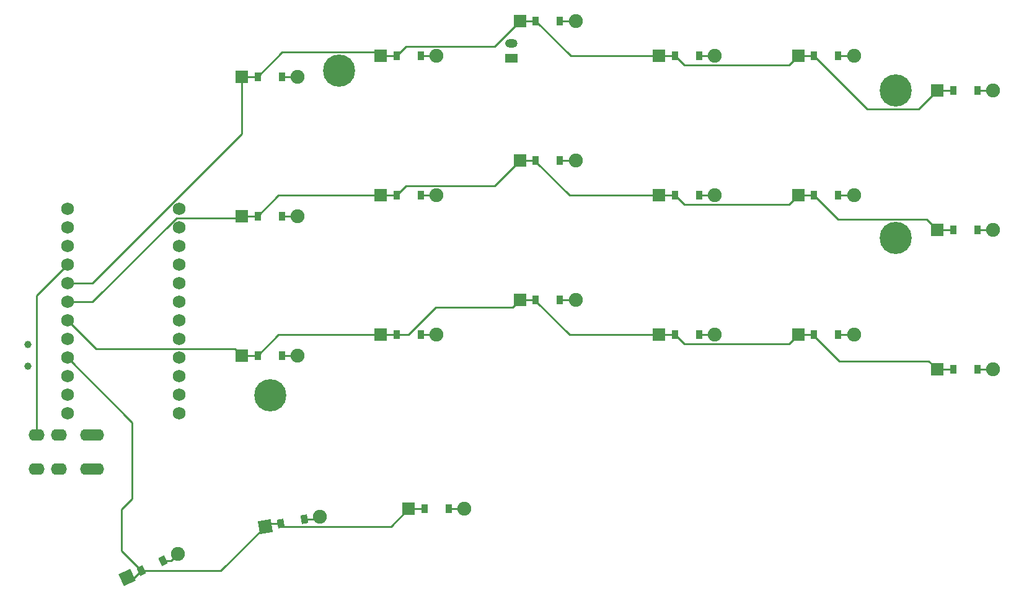
<source format=gbr>
%TF.GenerationSoftware,KiCad,Pcbnew,7.0.9*%
%TF.CreationDate,2024-08-18T04:48:34-07:00*%
%TF.ProjectId,right,72696768-742e-46b6-9963-61645f706362,v1.0.0*%
%TF.SameCoordinates,Original*%
%TF.FileFunction,Copper,L1,Top*%
%TF.FilePolarity,Positive*%
%FSLAX46Y46*%
G04 Gerber Fmt 4.6, Leading zero omitted, Abs format (unit mm)*
G04 Created by KiCad (PCBNEW 7.0.9) date 2024-08-18 04:48:34*
%MOMM*%
%LPD*%
G01*
G04 APERTURE LIST*
G04 Aperture macros list*
%AMRotRect*
0 Rectangle, with rotation*
0 The origin of the aperture is its center*
0 $1 length*
0 $2 width*
0 $3 Rotation angle, in degrees counterclockwise*
0 Add horizontal line*
21,1,$1,$2,0,0,$3*%
G04 Aperture macros list end*
%TA.AperFunction,SMDPad,CuDef*%
%ADD10RotRect,0.900000X1.200000X25.000000*%
%TD*%
%TA.AperFunction,ComponentPad*%
%ADD11RotRect,1.778000X1.778000X25.000000*%
%TD*%
%TA.AperFunction,ComponentPad*%
%ADD12C,1.905000*%
%TD*%
%TA.AperFunction,SMDPad,CuDef*%
%ADD13RotRect,0.900000X1.200000X10.000000*%
%TD*%
%TA.AperFunction,ComponentPad*%
%ADD14RotRect,1.778000X1.778000X10.000000*%
%TD*%
%TA.AperFunction,SMDPad,CuDef*%
%ADD15R,0.900000X1.200000*%
%TD*%
%TA.AperFunction,ComponentPad*%
%ADD16R,1.778000X1.778000*%
%TD*%
%TA.AperFunction,ComponentPad*%
%ADD17R,1.700000X1.200000*%
%TD*%
%TA.AperFunction,ComponentPad*%
%ADD18O,1.700000X1.200000*%
%TD*%
%TA.AperFunction,WasherPad*%
%ADD19C,1.000000*%
%TD*%
%TA.AperFunction,ComponentPad*%
%ADD20O,2.200000X1.600000*%
%TD*%
%TA.AperFunction,ComponentPad*%
%ADD21C,1.752600*%
%TD*%
%TA.AperFunction,ComponentPad*%
%ADD22C,0.700000*%
%TD*%
%TA.AperFunction,ComponentPad*%
%ADD23C,4.400000*%
%TD*%
%TA.AperFunction,Conductor*%
%ADD24C,0.250000*%
%TD*%
G04 APERTURE END LIST*
D10*
%TO.P,D1,1*%
%TO.N,P113*%
X158974475Y-184434814D03*
%TO.P,D1,2*%
%TO.N,mirror_reachy_cluster*%
X161965291Y-183040174D03*
D11*
%TO.P,D1,1*%
%TO.N,P113*%
X157016850Y-185347670D03*
D12*
%TO.P,D1,2*%
%TO.N,mirror_reachy_cluster*%
X163922916Y-182127318D03*
%TD*%
D13*
%TO.P,D2,1*%
%TO.N,P113*%
X177984415Y-177989363D03*
%TO.P,D2,2*%
%TO.N,mirror_tucky_cluster*%
X181234281Y-177416325D03*
D14*
%TO.P,D2,1*%
%TO.N,P113*%
X175857230Y-178364444D03*
D12*
%TO.P,D2,2*%
%TO.N,mirror_tucky_cluster*%
X183361466Y-177041244D03*
%TD*%
D15*
%TO.P,D3,1*%
%TO.N,P113*%
X197650400Y-175980100D03*
%TO.P,D3,2*%
%TO.N,mirror_stim_cluster*%
X200950400Y-175980100D03*
D16*
%TO.P,D3,1*%
%TO.N,P113*%
X195490400Y-175980100D03*
D12*
%TO.P,D3,2*%
%TO.N,mirror_stim_cluster*%
X203110400Y-175980100D03*
%TD*%
D15*
%TO.P,D4,1*%
%TO.N,P002*%
X269840400Y-156930100D03*
%TO.P,D4,2*%
%TO.N,mirror_outer_bottom*%
X273140400Y-156930100D03*
D16*
%TO.P,D4,1*%
%TO.N,P002*%
X267680400Y-156930100D03*
D12*
%TO.P,D4,2*%
%TO.N,mirror_outer_bottom*%
X275300400Y-156930100D03*
%TD*%
D15*
%TO.P,D5,1*%
%TO.N,P029*%
X269840400Y-137880100D03*
%TO.P,D5,2*%
%TO.N,mirror_outer_home*%
X273140400Y-137880100D03*
D16*
%TO.P,D5,1*%
%TO.N,P029*%
X267680400Y-137880100D03*
D12*
%TO.P,D5,2*%
%TO.N,mirror_outer_home*%
X275300400Y-137880100D03*
%TD*%
D15*
%TO.P,D6,1*%
%TO.N,P031*%
X269840400Y-118830100D03*
%TO.P,D6,2*%
%TO.N,mirror_outer_top*%
X273140400Y-118830100D03*
D16*
%TO.P,D6,1*%
%TO.N,P031*%
X267680400Y-118830100D03*
D12*
%TO.P,D6,2*%
%TO.N,mirror_outer_top*%
X275300400Y-118830100D03*
%TD*%
D15*
%TO.P,D7,1*%
%TO.N,P002*%
X250840400Y-152167600D03*
%TO.P,D7,2*%
%TO.N,mirror_pinky_bottom*%
X254140400Y-152167600D03*
D16*
%TO.P,D7,1*%
%TO.N,P002*%
X248680400Y-152167600D03*
D12*
%TO.P,D7,2*%
%TO.N,mirror_pinky_bottom*%
X256300400Y-152167600D03*
%TD*%
D15*
%TO.P,D8,1*%
%TO.N,P029*%
X250840400Y-133117600D03*
%TO.P,D8,2*%
%TO.N,mirror_pinky_home*%
X254140400Y-133117600D03*
D16*
%TO.P,D8,1*%
%TO.N,P029*%
X248680400Y-133117600D03*
D12*
%TO.P,D8,2*%
%TO.N,mirror_pinky_home*%
X256300400Y-133117600D03*
%TD*%
D15*
%TO.P,D9,1*%
%TO.N,P031*%
X250840400Y-114067600D03*
%TO.P,D9,2*%
%TO.N,mirror_pinky_top*%
X254140400Y-114067600D03*
D16*
%TO.P,D9,1*%
%TO.N,P031*%
X248680400Y-114067600D03*
D12*
%TO.P,D9,2*%
%TO.N,mirror_pinky_top*%
X256300400Y-114067600D03*
%TD*%
D15*
%TO.P,D10,1*%
%TO.N,P002*%
X231840400Y-152167600D03*
%TO.P,D10,2*%
%TO.N,mirror_ring_bottom*%
X235140400Y-152167600D03*
D16*
%TO.P,D10,1*%
%TO.N,P002*%
X229680400Y-152167600D03*
D12*
%TO.P,D10,2*%
%TO.N,mirror_ring_bottom*%
X237300400Y-152167600D03*
%TD*%
D15*
%TO.P,D11,1*%
%TO.N,P029*%
X231840400Y-133117600D03*
%TO.P,D11,2*%
%TO.N,mirror_ring_home*%
X235140400Y-133117600D03*
D16*
%TO.P,D11,1*%
%TO.N,P029*%
X229680400Y-133117600D03*
D12*
%TO.P,D11,2*%
%TO.N,mirror_ring_home*%
X237300400Y-133117600D03*
%TD*%
D15*
%TO.P,D12,1*%
%TO.N,P031*%
X231840400Y-114067600D03*
%TO.P,D12,2*%
%TO.N,mirror_ring_top*%
X235140400Y-114067600D03*
D16*
%TO.P,D12,1*%
%TO.N,P031*%
X229680400Y-114067600D03*
D12*
%TO.P,D12,2*%
%TO.N,mirror_ring_top*%
X237300400Y-114067600D03*
%TD*%
D15*
%TO.P,D13,1*%
%TO.N,P002*%
X212840400Y-147405100D03*
%TO.P,D13,2*%
%TO.N,mirror_middle_bottom*%
X216140400Y-147405100D03*
D16*
%TO.P,D13,1*%
%TO.N,P002*%
X210680400Y-147405100D03*
D12*
%TO.P,D13,2*%
%TO.N,mirror_middle_bottom*%
X218300400Y-147405100D03*
%TD*%
D15*
%TO.P,D14,1*%
%TO.N,P029*%
X212840400Y-128355100D03*
%TO.P,D14,2*%
%TO.N,mirror_middle_home*%
X216140400Y-128355100D03*
D16*
%TO.P,D14,1*%
%TO.N,P029*%
X210680400Y-128355100D03*
D12*
%TO.P,D14,2*%
%TO.N,mirror_middle_home*%
X218300400Y-128355100D03*
%TD*%
D15*
%TO.P,D15,1*%
%TO.N,P031*%
X212840400Y-109305100D03*
%TO.P,D15,2*%
%TO.N,mirror_middle_top*%
X216140400Y-109305100D03*
D16*
%TO.P,D15,1*%
%TO.N,P031*%
X210680400Y-109305100D03*
D12*
%TO.P,D15,2*%
%TO.N,mirror_middle_top*%
X218300400Y-109305100D03*
%TD*%
D15*
%TO.P,D16,1*%
%TO.N,P002*%
X193840400Y-152167600D03*
%TO.P,D16,2*%
%TO.N,mirror_index_bottom*%
X197140400Y-152167600D03*
D16*
%TO.P,D16,1*%
%TO.N,P002*%
X191680400Y-152167600D03*
D12*
%TO.P,D16,2*%
%TO.N,mirror_index_bottom*%
X199300400Y-152167600D03*
%TD*%
D15*
%TO.P,D17,1*%
%TO.N,P029*%
X193840400Y-133117600D03*
%TO.P,D17,2*%
%TO.N,mirror_index_home*%
X197140400Y-133117600D03*
D16*
%TO.P,D17,1*%
%TO.N,P029*%
X191680400Y-133117600D03*
D12*
%TO.P,D17,2*%
%TO.N,mirror_index_home*%
X199300400Y-133117600D03*
%TD*%
D15*
%TO.P,D18,1*%
%TO.N,P031*%
X193840400Y-114067600D03*
%TO.P,D18,2*%
%TO.N,mirror_index_top*%
X197140400Y-114067600D03*
D16*
%TO.P,D18,1*%
%TO.N,P031*%
X191680400Y-114067600D03*
D12*
%TO.P,D18,2*%
%TO.N,mirror_index_top*%
X199300400Y-114067600D03*
%TD*%
D15*
%TO.P,D19,1*%
%TO.N,P002*%
X174840400Y-155025100D03*
%TO.P,D19,2*%
%TO.N,mirror_inner_bottom*%
X178140400Y-155025100D03*
D16*
%TO.P,D19,1*%
%TO.N,P002*%
X172680400Y-155025100D03*
D12*
%TO.P,D19,2*%
%TO.N,mirror_inner_bottom*%
X180300400Y-155025100D03*
%TD*%
D15*
%TO.P,D20,1*%
%TO.N,P029*%
X174840400Y-135975100D03*
%TO.P,D20,2*%
%TO.N,mirror_inner_home*%
X178140400Y-135975100D03*
D16*
%TO.P,D20,1*%
%TO.N,P029*%
X172680400Y-135975100D03*
D12*
%TO.P,D20,2*%
%TO.N,mirror_inner_home*%
X180300400Y-135975100D03*
%TD*%
D15*
%TO.P,D21,1*%
%TO.N,P031*%
X174840400Y-116925100D03*
%TO.P,D21,2*%
%TO.N,mirror_inner_top*%
X178140400Y-116925100D03*
D16*
%TO.P,D21,1*%
%TO.N,P031*%
X172680400Y-116925100D03*
D12*
%TO.P,D21,2*%
%TO.N,mirror_inner_top*%
X180300400Y-116925100D03*
%TD*%
D17*
%TO.P,JST1,1*%
%TO.N,pos*%
X209490400Y-114355100D03*
D18*
%TO.P,JST1,2*%
%TO.N,GND*%
X209490400Y-112355100D03*
%TD*%
D19*
%TO.P,T1,*%
%TO.N,*%
X143490400Y-153475100D03*
X143490400Y-156475100D03*
%TD*%
D20*
%TO.P,TRRS1,1*%
%TO.N,GND*%
X152759800Y-165886100D03*
%TO.P,TRRS1,2*%
X151659800Y-170486100D03*
%TO.P,TRRS1,3*%
%TO.N,P2*%
X147659800Y-170486100D03*
%TO.P,TRRS1,4*%
%TO.N,VCC*%
X144659800Y-170486100D03*
%TO.P,TRRS1,1*%
%TO.N,GND*%
X152759800Y-170486100D03*
%TO.P,TRRS1,2*%
X151659800Y-165886100D03*
%TO.P,TRRS1,3*%
%TO.N,P2*%
X147659800Y-165886100D03*
%TO.P,TRRS1,4*%
%TO.N,VCC*%
X144659800Y-165886100D03*
%TD*%
D21*
%TO.P,MCU1,1*%
%TO.N,P006*%
X164110400Y-135005100D03*
%TO.P,MCU1,2*%
%TO.N,P008*%
X164110400Y-137545100D03*
%TO.P,MCU1,3*%
%TO.N,GND*%
X164110400Y-140085100D03*
%TO.P,MCU1,4*%
X164110400Y-142625100D03*
%TO.P,MCU1,5*%
%TO.N,P017*%
X164110400Y-145165100D03*
%TO.P,MCU1,6*%
%TO.N,P020*%
X164110400Y-147705100D03*
%TO.P,MCU1,7*%
%TO.N,P022*%
X164110400Y-150245100D03*
%TO.P,MCU1,8*%
%TO.N,P024*%
X164110400Y-152785100D03*
%TO.P,MCU1,9*%
%TO.N,P100*%
X164110400Y-155325100D03*
%TO.P,MCU1,10*%
%TO.N,P011*%
X164110400Y-157865100D03*
%TO.P,MCU1,11*%
%TO.N,P104*%
X164110400Y-160405100D03*
%TO.P,MCU1,12*%
%TO.N,P106*%
X164110400Y-162945100D03*
%TO.P,MCU1,13*%
%TO.N,P009*%
X148870400Y-162945100D03*
%TO.P,MCU1,14*%
%TO.N,P010*%
X148870400Y-160405100D03*
%TO.P,MCU1,15*%
%TO.N,P111*%
X148870400Y-157865100D03*
%TO.P,MCU1,16*%
%TO.N,P113*%
X148870400Y-155325100D03*
%TO.P,MCU1,17*%
%TO.N,P115*%
X148870400Y-152785100D03*
%TO.P,MCU1,18*%
%TO.N,P002*%
X148870400Y-150245100D03*
%TO.P,MCU1,19*%
%TO.N,P029*%
X148870400Y-147705100D03*
%TO.P,MCU1,20*%
%TO.N,P031*%
X148870400Y-145165100D03*
%TO.P,MCU1,21*%
%TO.N,VCC*%
X148870400Y-142625100D03*
%TO.P,MCU1,22*%
%TO.N,RST*%
X148870400Y-140085100D03*
%TO.P,MCU1,23*%
%TO.N,GND*%
X148870400Y-137545100D03*
%TO.P,MCU1,24*%
%TO.N,RAW*%
X148870400Y-135005100D03*
%TD*%
D22*
%TO.P,_1,1*%
%TO.N,N/C*%
X263157126Y-119996826D03*
D23*
X261990400Y-118830100D03*
D22*
X261990400Y-120480100D03*
X263157126Y-117663374D03*
X260340400Y-118830100D03*
X260823674Y-117663374D03*
X260823674Y-119996826D03*
X263640400Y-118830100D03*
X261990400Y-117180100D03*
%TD*%
%TO.P,_2,1*%
%TO.N,N/C*%
X263157126Y-140096826D03*
D23*
X261990400Y-138930100D03*
D22*
X261990400Y-140580100D03*
X263157126Y-137763374D03*
X260340400Y-138930100D03*
X260823674Y-137763374D03*
X260823674Y-140096826D03*
X263640400Y-138930100D03*
X261990400Y-137280100D03*
%TD*%
%TO.P,_3,1*%
%TO.N,N/C*%
X187157126Y-117234326D03*
D23*
X185990400Y-116067600D03*
D22*
X185990400Y-117717600D03*
X187157126Y-114900874D03*
X184340400Y-116067600D03*
X184823674Y-114900874D03*
X184823674Y-117234326D03*
X187640400Y-116067600D03*
X185990400Y-114417600D03*
%TD*%
%TO.P,_4,1*%
%TO.N,N/C*%
X177922106Y-161415109D03*
D23*
X176570505Y-160468708D03*
D22*
X176857024Y-162093641D03*
X177516906Y-159117107D03*
X174945572Y-160755227D03*
X175218904Y-159522307D03*
X175624104Y-161820309D03*
X178195438Y-160182189D03*
X176283986Y-158843775D03*
%TD*%
D24*
%TO.N,mirror_inner_top*%
X180300400Y-116925100D02*
X178140400Y-116925100D01*
%TO.N,mirror_inner_home*%
X180300400Y-135975100D02*
X178140400Y-135975100D01*
%TO.N,mirror_inner_bottom*%
X180300400Y-155025100D02*
X178140400Y-155025100D01*
%TO.N,mirror_index_bottom*%
X197140400Y-152167600D02*
X199300400Y-152167600D01*
%TO.N,mirror_index_home*%
X197140400Y-133117600D02*
X199300400Y-133117600D01*
%TO.N,mirror_middle_home*%
X216140400Y-128355100D02*
X218300400Y-128355100D01*
%TO.N,mirror_index_top*%
X197140400Y-114067600D02*
X199300400Y-114067600D01*
%TO.N,mirror_ring_home*%
X235140400Y-133117600D02*
X237300400Y-133117600D01*
%TO.N,P029*%
X247402900Y-134395100D02*
X248680400Y-133117600D01*
X233117900Y-134395100D02*
X247402900Y-134395100D01*
X231840400Y-133117600D02*
X233117900Y-134395100D01*
X229680400Y-133117600D02*
X231840400Y-133117600D01*
X212840400Y-128505100D02*
X217452900Y-133117600D01*
X212840400Y-128355100D02*
X212840400Y-128505100D01*
X217452900Y-133117600D02*
X229680400Y-133117600D01*
X210680400Y-128355100D02*
X212840400Y-128355100D01*
%TO.N,P031*%
X195119300Y-112788700D02*
X193840400Y-114067600D01*
X207196800Y-112788700D02*
X195119300Y-112788700D01*
X210680400Y-109305100D02*
X207196800Y-112788700D01*
%TO.N,P029*%
X207195400Y-131840100D02*
X210680400Y-128355100D01*
X193840400Y-133117600D02*
X195117900Y-131840100D01*
X195117900Y-131840100D02*
X207195400Y-131840100D01*
X191680400Y-133117600D02*
X193840400Y-133117600D01*
X174840400Y-135975100D02*
X177697900Y-133117600D01*
X177697900Y-133117600D02*
X191680400Y-133117600D01*
X172680400Y-135975100D02*
X174840400Y-135975100D01*
X172449100Y-136206400D02*
X172680400Y-135975100D01*
X152251505Y-147705100D02*
X163750205Y-136206400D01*
X148870400Y-147705100D02*
X152251505Y-147705100D01*
X163750205Y-136206400D02*
X172449100Y-136206400D01*
%TO.N,P031*%
X152251505Y-145165100D02*
X148870400Y-145165100D01*
X172680400Y-124736205D02*
X152251505Y-145165100D01*
X172680400Y-116925100D02*
X172680400Y-124736205D01*
X172680400Y-116925100D02*
X174840400Y-116925100D01*
X178222900Y-113542600D02*
X174840400Y-116925100D01*
X191680400Y-114067600D02*
X191155400Y-113542600D01*
X191155400Y-113542600D02*
X178222900Y-113542600D01*
X191680400Y-114067600D02*
X193840400Y-114067600D01*
%TO.N,mirror_middle_top*%
X216140400Y-109305100D02*
X218300400Y-109305100D01*
%TO.N,P031*%
X210680400Y-109305100D02*
X212840400Y-109305100D01*
X217602900Y-114067600D02*
X212840400Y-109305100D01*
X229680400Y-114067600D02*
X217602900Y-114067600D01*
%TO.N,mirror_ring_top*%
X235140400Y-114067600D02*
X237300400Y-114067600D01*
%TO.N,P031*%
X229680400Y-114067600D02*
X231840400Y-114067600D01*
X233117900Y-115345100D02*
X231840400Y-114067600D01*
X247402900Y-115345100D02*
X233117900Y-115345100D01*
X248680400Y-114067600D02*
X247402900Y-115345100D01*
%TO.N,mirror_pinky_home*%
X254140400Y-133117600D02*
X256300400Y-133117600D01*
%TO.N,P029*%
X248680400Y-133117600D02*
X250840400Y-133117600D01*
X266205400Y-136405100D02*
X254127900Y-136405100D01*
X267680400Y-137880100D02*
X266205400Y-136405100D01*
X254127900Y-136405100D02*
X250840400Y-133117600D01*
%TO.N,mirror_pinky_top*%
X254140400Y-114067600D02*
X256300400Y-114067600D01*
%TO.N,P031*%
X248680400Y-114067600D02*
X250840400Y-114067600D01*
X265155400Y-121355100D02*
X267680400Y-118830100D01*
X258127900Y-121355100D02*
X265155400Y-121355100D01*
X250840400Y-114067600D02*
X258127900Y-121355100D01*
%TO.N,mirror_outer_top*%
X273140400Y-118830100D02*
X275300400Y-118830100D01*
%TO.N,P031*%
X267680400Y-118830100D02*
X269840400Y-118830100D01*
%TO.N,mirror_outer_home*%
X273140400Y-137880100D02*
X275300400Y-137880100D01*
%TO.N,P029*%
X267680400Y-137880100D02*
X269840400Y-137880100D01*
%TO.N,P002*%
X254288300Y-155765500D02*
X266515800Y-155765500D01*
X250840400Y-152317600D02*
X254288300Y-155765500D01*
X250840400Y-152167600D02*
X250840400Y-152317600D01*
X266515800Y-155765500D02*
X267680400Y-156930100D01*
%TO.N,mirror_outer_bottom*%
X275300400Y-156930100D02*
X273140400Y-156930100D01*
%TO.N,mirror_pinky_bottom*%
X254140400Y-152167600D02*
X256300400Y-152167600D01*
%TO.N,P002*%
X267680400Y-156930100D02*
X269840400Y-156930100D01*
%TO.N,mirror_ring_bottom*%
X235140400Y-152167600D02*
X237300400Y-152167600D01*
%TO.N,P002*%
X248680400Y-152167600D02*
X250840400Y-152167600D01*
X247402900Y-153445100D02*
X248680400Y-152167600D01*
X233117900Y-153445100D02*
X247402900Y-153445100D01*
X231840400Y-152167600D02*
X233117900Y-153445100D01*
X229680400Y-152167600D02*
X231840400Y-152167600D01*
%TO.N,mirror_middle_bottom*%
X216140400Y-147405100D02*
X218300400Y-147405100D01*
%TO.N,P002*%
X217452900Y-152167600D02*
X229680400Y-152167600D01*
X212840400Y-147555100D02*
X217452900Y-152167600D01*
X212840400Y-147405100D02*
X212840400Y-147555100D01*
X210680400Y-147405100D02*
X212840400Y-147405100D01*
X209692000Y-148393500D02*
X210680400Y-147405100D01*
X199214500Y-148393500D02*
X209692000Y-148393500D01*
X195440400Y-152167600D02*
X199214500Y-148393500D01*
X191680400Y-152167600D02*
X195440400Y-152167600D01*
X177697900Y-152167600D02*
X191680400Y-152167600D01*
X174840400Y-155025100D02*
X177697900Y-152167600D01*
X152749100Y-154123800D02*
X148870400Y-150245100D01*
X171779100Y-154123800D02*
X152749100Y-154123800D01*
X172680400Y-155025100D02*
X171779100Y-154123800D01*
X172680400Y-155025100D02*
X174840400Y-155025100D01*
%TO.N,mirror_reachy_cluster*%
X163010060Y-183040174D02*
X163922916Y-182127318D01*
X161965291Y-183040174D02*
X163010060Y-183040174D01*
%TO.N,VCC*%
X144659800Y-146835700D02*
X148870400Y-142625100D01*
X144659800Y-165886100D02*
X144659800Y-146835700D01*
%TO.N,P113*%
X157717213Y-164171913D02*
X148870400Y-155325100D01*
X157717213Y-174610687D02*
X157717213Y-164171913D01*
X156267292Y-176060608D02*
X157717213Y-174610687D01*
X158974475Y-184434814D02*
X156267292Y-181727631D01*
X156267292Y-181727631D02*
X156267292Y-176060608D01*
X158061619Y-185347670D02*
X158974475Y-184434814D01*
X157016850Y-185347670D02*
X158061619Y-185347670D01*
X176232311Y-177989363D02*
X175857230Y-178364444D01*
X177984415Y-177989363D02*
X176232311Y-177989363D01*
X169786860Y-184434814D02*
X175857230Y-178364444D01*
X158974475Y-184434814D02*
X169786860Y-184434814D01*
X178405403Y-178410351D02*
X193060149Y-178410351D01*
X193060149Y-178410351D02*
X195490400Y-175980100D01*
X177984415Y-177989363D02*
X178405403Y-178410351D01*
%TO.N,mirror_tucky_cluster*%
X182986385Y-177416325D02*
X183361466Y-177041244D01*
X181234281Y-177416325D02*
X182986385Y-177416325D01*
%TO.N,mirror_stim_cluster*%
X200950400Y-175980100D02*
X203110400Y-175980100D01*
%TO.N,P113*%
X195490400Y-175980100D02*
X197650400Y-175980100D01*
%TD*%
M02*

</source>
